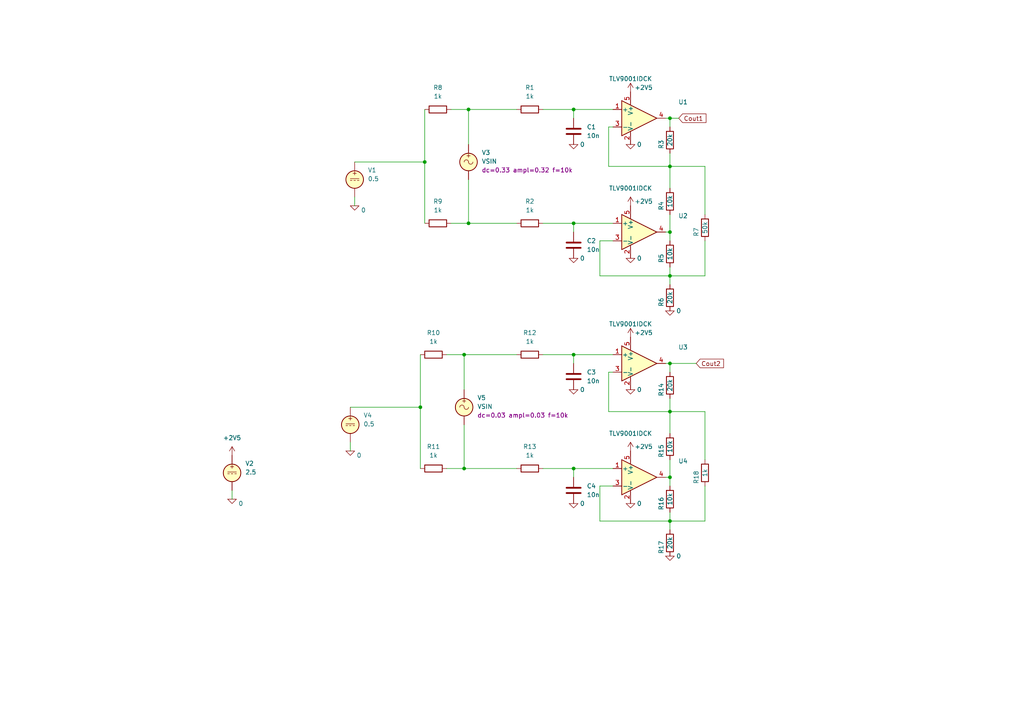
<source format=kicad_sch>
(kicad_sch (version 20211123) (generator eeschema)
  (paper "A4")
  (lib_symbols
    (symbol "Amplifier_Operational:TLV9001IDCK" (pin_names (offset 0.127))
      (property "Reference" "U" (at 7.62 2.54 0))
      (property "Value" "TLV9001IDCK" (at 11.43 -2.54 0))
      (symbol "TLV9001IDCK_0_1"
        (polyline (pts (xy -2.54 5.08) (xy -2.54 -5.08) (xy 7.62 0) (xy -2.54 5.08)) (stroke (width 0.254)) (fill (type background)))
      )
      (symbol "TLV9001IDCK_1_1"
        (pin input line (at -5.08 2.54 0) (length 2.54) (name "+") (number "1"))
        (pin power_in line (at 0 -7.62 90) (length 3.81) (name "V-") (number "2"))
        (pin input line (at -5.08 -2.54 0) (length 2.54) (name "-") (number "3"))
        (pin output line (at 10.16 0 180) (length 2.54) (name "~") (number "4"))
        (pin power_in line (at 0 7.62 270) (length 3.81) (name "V+") (number "5"))
      )
    )
    (symbol "Device:C" (pin_numbers hide) (pin_names (offset 0.254))
      (property "Reference" "C" (at 0.635 2.54 0))
      (property "Value" "C" (at 0.635 -2.54 0))
      (symbol "C_0_1"
        (polyline (pts (xy -2.032 -0.762) (xy 2.032 -0.762)) (stroke (width 0.508)))
        (polyline (pts (xy -2.032 0.762) (xy 2.032 0.762)) (stroke (width 0.508)))
      )
      (symbol "C_1_1"
        (pin passive line (at 0 3.81 270) (length 2.794) (name "~") (number "1"))
        (pin passive line (at 0 -3.81 90) (length 2.794) (name "~") (number "2"))
      )
    )
    (symbol "Device:R" (pin_numbers hide) (pin_names (offset 0))
      (property "Reference" "R" (at 2.032 0 90))
      (property "Value" "R" (at 0 0 90))
      (symbol "R_0_1"
        (rectangle (start -1.016 -2.54) (end 1.016 2.54) (stroke (width 0.254)))
      )
      (symbol "R_1_1"
        (pin passive line (at 0 3.81 270) (length 1.27) (name "~") (number "1"))
        (pin passive line (at 0 -3.81 90) (length 1.27) (name "~") (number "2"))
      )
    )
    (symbol "Simulation_SPICE:VDC" (pin_numbers hide) (pin_names (offset 0.0254))
      (property "Reference" "V" (at 2.54 2.54 0))
      (property "Value" "VDC" (at 2.54 0 0))
      (property "Spice_Model" "dc(1)" (at 2.54 -2.54 0))
      (symbol "VDC_0_0"
        (polyline (pts (xy -1.27 0.254) (xy 1.27 0.254)))
        (polyline (pts (xy -0.762 -0.254) (xy -1.27 -0.254)))
        (polyline (pts (xy 0.254 -0.254) (xy -0.254 -0.254)))
        (polyline (pts (xy 1.27 -0.254) (xy 0.762 -0.254)))
        (text "+" (at 0 1.905 0) (effects (font (size 1.27 1.27))))
      )
      (symbol "VDC_0_1"
        (circle (center 0 0) (radius 2.54) (stroke (width 0.254)) (fill (type background)))
      )
      (symbol "VDC_1_1"
        (pin passive line (at 0 5.08 270) (length 2.54) (name "~") (number "1"))
        (pin passive line (at 0 -5.08 90) (length 2.54) (name "~") (number "2"))
      )
    )
    (symbol "Simulation_SPICE:VSIN" (pin_numbers hide) (pin_names (offset 0.0254))
      (property "Reference" "V" (at 2.54 2.54 0))
      (property "Value" "VSIN" (at 2.54 0 0))
      (property "Spice_Model" "sin(0 1 1k)" (at 2.54 -2.54 0))
      (symbol "VSIN_0_0"
        (arc (start 0 0) (mid -0.635 0.635) (end -1.27 0))
        (arc (start 0 0) (mid 0.635 -0.635) (end 1.27 0))
        (text "+" (at 0 1.905 0) (effects (font (size 1.27 1.27))))
      )
      (symbol "VSIN_0_1"
        (circle (center 0 0) (radius 2.54) (stroke (width 0.254)) (fill (type background)))
      )
      (symbol "VSIN_1_1"
        (pin passive line (at 0 5.08 270) (length 2.54) (name "~") (number "1"))
        (pin passive line (at 0 -5.08 90) (length 2.54) (name "~") (number "2"))
      )
    )
    (symbol "power:+2V5" (power) (pin_names (offset 0))
      (property "Value" "+2V5" (at 0 3.556 0))
      (symbol "+2V5_0_1"
        (polyline (pts (xy -0.762 1.27) (xy 0 2.54)))
        (polyline (pts (xy 0 0) (xy 0 2.54)))
        (polyline (pts (xy 0 2.54) (xy 0.762 1.27)))
      )
      (symbol "+2V5_1_1"
        (pin power_in line (at 0 0 90) (length 0) hide (name "+2V5") (number "1"))
      )
    )
    (symbol "pspice:0" (power) (pin_names (offset 0))
      (property "Value" "0" (at 0 -1.778 0))
      (symbol "0_0_1"
        (polyline (pts (xy -1.27 0) (xy 0 -1.27) (xy 1.27 0) (xy -1.27 0)))
      )
      (symbol "0_1_1"
        (pin power_in line (at 0 0 0) (length 0) hide (name "0") (number "1"))
      )
    )
  )
  (junction (at 123.19 46.99))
  (junction (at 166.37 64.77))
  (junction (at 194.31 48.26))
  (junction (at 194.31 119.38))
  (junction (at 135.89 31.75))
  (junction (at 166.37 102.87))
  (junction (at 194.31 34.29))
  (junction (at 135.89 64.77))
  (junction (at 134.62 135.89))
  (junction (at 121.92 118.11))
  (junction (at 194.31 151.13))
  (junction (at 194.31 138.43))
  (junction (at 194.31 105.41))
  (junction (at 134.62 102.87))
  (junction (at 166.37 31.75))
  (junction (at 194.31 67.31))
  (junction (at 166.37 135.89))
  (junction (at 194.31 80.01))
  (wire (pts (xy 204.47 69.85) (xy 204.47 80.01)))
  (wire (pts (xy 194.31 67.31) (xy 194.31 69.85)))
  (wire (pts (xy 194.31 105.41) (xy 194.31 107.95)))
  (wire (pts (xy 166.37 138.43) (xy 166.37 135.89)))
  (wire (pts (xy 157.48 102.87) (xy 166.37 102.87)))
  (wire (pts (xy 194.31 48.26) (xy 204.47 48.26)))
  (wire (pts (xy 204.47 80.01) (xy 194.31 80.01)))
  (wire (pts (xy 194.31 105.41) (xy 193.04 105.41)))
  (wire (pts (xy 121.92 102.87) (xy 121.92 118.11)))
  (wire (pts (xy 204.47 119.38) (xy 204.47 133.35)))
  (wire (pts (xy 134.62 135.89) (xy 149.86 135.89)))
  (wire (pts (xy 194.31 34.29) (xy 193.04 34.29)))
  (wire (pts (xy 194.31 34.29) (xy 194.31 36.83)))
  (wire (pts (xy 123.19 31.75) (xy 123.19 46.99)))
  (wire (pts (xy 166.37 105.41) (xy 166.37 102.87)))
  (wire (pts (xy 129.54 102.87) (xy 134.62 102.87)))
  (wire (pts (xy 194.31 44.45) (xy 194.31 48.26)))
  (wire (pts (xy 196.85 34.29) (xy 194.31 34.29)))
  (wire (pts (xy 176.53 107.95) (xy 176.53 119.38)))
  (wire (pts (xy 194.31 77.47) (xy 194.31 80.01)))
  (wire (pts (xy 177.8 107.95) (xy 176.53 107.95)))
  (wire (pts (xy 194.31 151.13) (xy 194.31 153.67)))
  (wire (pts (xy 134.62 123.19) (xy 134.62 135.89)))
  (wire (pts (xy 176.53 119.38) (xy 194.31 119.38)))
  (wire (pts (xy 166.37 34.29) (xy 166.37 31.75)))
  (wire (pts (xy 194.31 133.35) (xy 194.31 138.43)))
  (wire (pts (xy 129.54 135.89) (xy 134.62 135.89)))
  (wire (pts (xy 173.99 80.01) (xy 194.31 80.01)))
  (wire (pts (xy 204.47 140.97) (xy 204.47 151.13)))
  (wire (pts (xy 67.31 142.24) (xy 67.31 144.78)))
  (wire (pts (xy 194.31 148.59) (xy 194.31 151.13)))
  (wire (pts (xy 177.8 36.83) (xy 176.53 36.83)))
  (wire (pts (xy 166.37 102.87) (xy 177.8 102.87)))
  (wire (pts (xy 194.31 48.26) (xy 194.31 54.61)))
  (wire (pts (xy 173.99 140.97) (xy 173.99 151.13)))
  (wire (pts (xy 173.99 69.85) (xy 177.8 69.85)))
  (wire (pts (xy 194.31 80.01) (xy 194.31 82.55)))
  (wire (pts (xy 149.86 64.77) (xy 135.89 64.77)))
  (wire (pts (xy 134.62 102.87) (xy 149.86 102.87)))
  (wire (pts (xy 201.93 105.41) (xy 194.31 105.41)))
  (wire (pts (xy 157.48 64.77) (xy 166.37 64.77)))
  (wire (pts (xy 101.6 128.27) (xy 101.6 130.81)))
  (wire (pts (xy 194.31 62.23) (xy 194.31 67.31)))
  (wire (pts (xy 157.48 135.89) (xy 166.37 135.89)))
  (wire (pts (xy 135.89 31.75) (xy 135.89 41.91)))
  (wire (pts (xy 173.99 140.97) (xy 177.8 140.97)))
  (wire (pts (xy 173.99 69.85) (xy 173.99 80.01)))
  (wire (pts (xy 166.37 31.75) (xy 177.8 31.75)))
  (wire (pts (xy 194.31 67.31) (xy 193.04 67.31)))
  (wire (pts (xy 166.37 67.31) (xy 166.37 64.77)))
  (wire (pts (xy 194.31 119.38) (xy 194.31 125.73)))
  (wire (pts (xy 102.87 46.99) (xy 123.19 46.99)))
  (wire (pts (xy 194.31 138.43) (xy 194.31 140.97)))
  (wire (pts (xy 130.81 31.75) (xy 135.89 31.75)))
  (wire (pts (xy 130.81 64.77) (xy 135.89 64.77)))
  (wire (pts (xy 134.62 102.87) (xy 134.62 113.03)))
  (wire (pts (xy 176.53 48.26) (xy 194.31 48.26)))
  (wire (pts (xy 176.53 36.83) (xy 176.53 48.26)))
  (wire (pts (xy 204.47 48.26) (xy 204.47 62.23)))
  (wire (pts (xy 166.37 64.77) (xy 177.8 64.77)))
  (wire (pts (xy 204.47 151.13) (xy 194.31 151.13)))
  (wire (pts (xy 194.31 119.38) (xy 204.47 119.38)))
  (wire (pts (xy 166.37 135.89) (xy 177.8 135.89)))
  (wire (pts (xy 102.87 57.15) (xy 102.87 59.69)))
  (wire (pts (xy 194.31 138.43) (xy 193.04 138.43)))
  (wire (pts (xy 149.86 31.75) (xy 135.89 31.75)))
  (wire (pts (xy 101.6 118.11) (xy 121.92 118.11)))
  (wire (pts (xy 123.19 46.99) (xy 123.19 64.77)))
  (wire (pts (xy 121.92 118.11) (xy 121.92 135.89)))
  (wire (pts (xy 173.99 151.13) (xy 194.31 151.13)))
  (wire (pts (xy 135.89 52.07) (xy 135.89 64.77)))
  (wire (pts (xy 194.31 115.57) (xy 194.31 119.38)))
  (wire (pts (xy 157.48 31.75) (xy 166.37 31.75)))
  (global_label "Cout2" (shape input) (at 201.93 105.41 0) (property "Intersheet References" "${INTERSHEET_REFS}" (effects hide)))
  (global_label "Cout1" (shape input) (at 196.85 34.29 0) (property "Intersheet References" "${INTERSHEET_REFS}" (effects hide)))
  (symbol (lib_id "power:+2V5") (at 182.88 130.81 0) (unit 1)
    (property "Reference" "#PWR05" (effects hide))
    (property "Value" "+2V5" (at 186.69 129.54 0))
  )
  (symbol (lib_id "Device:R") (at 153.67 102.87 90) (unit 1)
    (property "Reference" "R12" (at 153.67 96.52 90))
    (property "Value" "1k" (at 153.67 99.06 90))
  )
  (symbol (lib_id "Simulation_SPICE:VSIN") (at 134.62 118.11 0) (unit 1)
    (property "Reference" "V5" (at 138.43 115.3801 0) (effects (justify left)))
    (property "Value" "VSIN" (at 138.43 117.9201 0) (effects (justify left)))
    (property "Spice_Netlist_Enabled" "Y" (effects hide))
    (property "Spice_Primitive" "V" (effects hide))
    (property "Spice_Model" "sin(0.03 0.03 10k)" (at 138.43 120.4601 0) (effects (justify left)))
  )
  (symbol (lib_id "pspice:0") (at 166.37 41.91 0) (unit 1)
    (property "Reference" "#GND03" (effects hide))
    (property "Value" "0" (at 168.91 41.91 0))
  )
  (symbol (lib_id "pspice:0") (at 182.88 146.05 0) (unit 1)
    (property "Reference" "#GND012" (effects hide))
    (property "Value" "0" (at 185.42 146.05 0))
  )
  (symbol (lib_id "Device:R") (at 194.31 58.42 180) (unit 1)
    (property "Reference" "R4" (at 191.77 59.69 90))
    (property "Value" "10k" (at 194.31 58.42 90))
  )
  (symbol (lib_id "pspice:0") (at 182.88 113.03 0) (unit 1)
    (property "Reference" "#GND011" (effects hide))
    (property "Value" "0" (at 185.42 113.03 0))
  )
  (symbol (lib_id "power:+2V5") (at 182.88 59.69 0) (unit 1)
    (property "Reference" "#PWR03" (effects hide))
    (property "Value" "+2V5" (at 186.69 58.42 0))
  )
  (symbol (lib_id "Device:C") (at 166.37 142.24 0) (unit 1)
    (property "Reference" "C4" (at 170.18 140.9699 0) (effects (justify left)))
    (property "Value" "10n" (at 170.18 143.5099 0) (effects (justify left)))
    (property "Spice_Primitive" "C" (effects hide))
    (property "Spice_Model" "1n" (effects hide))
    (property "Spice_Netlist_Enabled" "Y" (effects hide))
  )
  (symbol (lib_id "Simulation_SPICE:VDC") (at 101.6 123.19 0) (unit 1)
    (property "Reference" "V4" (at 105.41 120.4601 0) (effects (justify left)))
    (property "Value" "VDC" (at 105.41 123.0001 0) (effects (justify left)))
    (property "Spice_Netlist_Enabled" "Y" (effects hide))
    (property "Spice_Primitive" "V" (effects hide))
    (property "Spice_Model" "dc(0.5)" (at 105.41 125.5401 0) (effects (justify left)))
  )
  (symbol (lib_id "Device:R") (at 153.67 135.89 90) (unit 1)
    (property "Reference" "R13" (at 153.67 129.54 90))
    (property "Value" "1k" (at 153.67 132.08 90))
  )
  (symbol (lib_id "Amplifier_Operational:TLV9001IDCK") (at 182.88 67.31 0) (unit 1)
    (property "Reference" "U2" (at 198.12 62.611 0))
    (property "Value" "TLV9001IDCK" (at 182.88 54.61 0))
    (property "Footprint" "Package_TO_SOT_SMD:SOT-353_SC-70-5" (effects hide))
    (property "Datasheet" "https://www.ti.com/lit/ds/symlink/tlv9001.pdf" (effects hide))
    (property "Spice_Primitive" "X" (effects hide))
    (property "Spice_Model" "TLV9002" (effects hide))
    (property "Spice_Netlist_Enabled" "Y" (effects hide))
    (property "Spice_Node_Sequence" "1 3 5 2 4" (effects hide))
    (property "Spice_Lib_File" "Model\\TLV9002.lib" (effects hide))
  )
  (symbol (lib_id "Device:C") (at 166.37 109.22 0) (unit 1)
    (property "Reference" "C3" (at 170.18 107.9499 0) (effects (justify left)))
    (property "Value" "10n" (at 170.18 110.4899 0) (effects (justify left)))
    (property "Spice_Primitive" "C" (effects hide))
    (property "Spice_Model" "1n" (effects hide))
    (property "Spice_Netlist_Enabled" "Y" (effects hide))
  )
  (symbol (lib_id "Device:R") (at 125.73 102.87 90) (unit 1)
    (property "Reference" "R10" (at 125.73 96.52 90))
    (property "Value" "1k" (at 125.73 99.06 90))
  )
  (symbol (lib_id "Device:R") (at 153.67 64.77 90) (unit 1)
    (property "Reference" "R2" (at 153.67 58.42 90))
    (property "Value" "1k" (at 153.67 60.96 90))
  )
  (symbol (lib_id "Device:R") (at 194.31 86.36 180) (unit 1)
    (property "Reference" "R6" (at 191.77 87.63 90))
    (property "Value" "20k" (at 194.31 86.36 90))
  )
  (symbol (lib_id "Device:R") (at 194.31 111.76 180) (unit 1)
    (property "Reference" "R14" (at 191.77 113.03 90))
    (property "Value" "20k" (at 194.31 111.76 90))
  )
  (symbol (lib_id "pspice:0") (at 194.31 90.17 0) (unit 1)
    (property "Reference" "#GND07" (effects hide))
    (property "Value" "0" (at 196.85 90.17 0))
  )
  (symbol (lib_id "power:+2V5") (at 182.88 97.79 0) (unit 1)
    (property "Reference" "#PWR04" (effects hide))
    (property "Value" "+2V5" (at 186.69 96.52 0))
  )
  (symbol (lib_id "Device:R") (at 194.31 73.66 180) (unit 1)
    (property "Reference" "R5" (at 191.77 74.93 90))
    (property "Value" "10k" (at 194.31 73.66 90))
  )
  (symbol (lib_id "Device:R") (at 194.31 157.48 180) (unit 1)
    (property "Reference" "R17" (at 191.77 158.75 90))
    (property "Value" "20k" (at 194.31 157.48 90))
  )
  (symbol (lib_id "Device:R") (at 153.67 31.75 90) (unit 1)
    (property "Reference" "R1" (at 153.67 25.4 90))
    (property "Value" "1k" (at 153.67 27.94 90))
  )
  (symbol (lib_id "pspice:0") (at 67.31 144.78 0) (unit 1)
    (property "Reference" "#GND02" (effects hide))
    (property "Value" "0" (at 69.85 146.05 0))
  )
  (symbol (lib_id "Device:R") (at 204.47 66.04 180) (unit 1)
    (property "Reference" "R7" (at 201.93 67.31 90))
    (property "Value" "50k" (at 204.47 66.04 90))
  )
  (symbol (lib_id "Simulation_SPICE:VSIN") (at 135.89 46.99 0) (unit 1)
    (property "Reference" "V3" (at 139.7 44.2601 0) (effects (justify left)))
    (property "Value" "VSIN" (at 139.7 46.8001 0) (effects (justify left)))
    (property "Spice_Netlist_Enabled" "Y" (effects hide))
    (property "Spice_Primitive" "V" (effects hide))
    (property "Spice_Model" "sin(0.33 0.32 10k)" (at 139.7 49.3401 0) (effects (justify left)))
  )
  (symbol (lib_id "pspice:0") (at 182.88 74.93 0) (unit 1)
    (property "Reference" "#GND06" (effects hide))
    (property "Value" "0" (at 185.42 74.93 0))
  )
  (symbol (lib_id "pspice:0") (at 166.37 146.05 0) (unit 1)
    (property "Reference" "#GND010" (effects hide))
    (property "Value" "0" (at 168.91 146.05 0))
  )
  (symbol (lib_id "Device:R") (at 127 64.77 90) (unit 1)
    (property "Reference" "R9" (at 127 58.42 90))
    (property "Value" "1k" (at 127 60.96 90))
  )
  (symbol (lib_id "pspice:0") (at 102.87 59.69 0) (unit 1)
    (property "Reference" "#GND01" (effects hide))
    (property "Value" "0" (at 105.41 60.96 0))
  )
  (symbol (lib_id "pspice:0") (at 194.31 161.29 0) (unit 1)
    (property "Reference" "#GND013" (effects hide))
    (property "Value" "0" (at 196.85 161.29 0))
  )
  (symbol (lib_id "Device:R") (at 194.31 144.78 180) (unit 1)
    (property "Reference" "R16" (at 191.77 146.05 90))
    (property "Value" "10k" (at 194.31 144.78 90))
  )
  (symbol (lib_id "Device:R") (at 204.47 137.16 180) (unit 1)
    (property "Reference" "R18" (at 201.93 138.43 90))
    (property "Value" "1k" (at 204.47 137.16 90))
  )
  (symbol (lib_id "Amplifier_Operational:TLV9001IDCK") (at 182.88 34.29 0) (unit 1)
    (property "Reference" "U1" (at 198.12 29.591 0))
    (property "Value" "TLV9001IDCK" (at 182.88 22.86 0))
    (property "Footprint" "Package_TO_SOT_SMD:SOT-353_SC-70-5" (effects hide))
    (property "Datasheet" "https://www.ti.com/lit/ds/symlink/tlv9001.pdf" (effects hide))
    (property "Spice_Primitive" "X" (effects hide))
    (property "Spice_Model" "TLV9002" (effects hide))
    (property "Spice_Netlist_Enabled" "Y" (effects hide))
    (property "Spice_Node_Sequence" "1 3 5 2 4" (effects hide))
    (property "Spice_Lib_File" "Model\\TLV9002.lib" (effects hide))
  )
  (symbol (lib_id "Amplifier_Operational:TLV9001IDCK") (at 182.88 138.43 0) (unit 1)
    (property "Reference" "U4" (at 198.12 133.731 0))
    (property "Value" "TLV9001IDCK" (at 182.88 125.73 0))
    (property "Footprint" "Package_TO_SOT_SMD:SOT-353_SC-70-5" (effects hide))
    (property "Datasheet" "https://www.ti.com/lit/ds/symlink/tlv9001.pdf" (effects hide))
    (property "Spice_Primitive" "X" (effects hide))
    (property "Spice_Model" "TLV9002" (effects hide))
    (property "Spice_Netlist_Enabled" "Y" (effects hide))
    (property "Spice_Node_Sequence" "1 3 5 2 4" (effects hide))
    (property "Spice_Lib_File" "Model\\TLV9002.lib" (effects hide))
  )
  (symbol (lib_id "Device:C") (at 166.37 71.12 0) (unit 1)
    (property "Reference" "C2" (at 170.18 69.8499 0) (effects (justify left)))
    (property "Value" "10n" (at 170.18 72.3899 0) (effects (justify left)))
    (property "Spice_Primitive" "C" (effects hide))
    (property "Spice_Model" "1n" (effects hide))
    (property "Spice_Netlist_Enabled" "Y" (effects hide))
  )
  (symbol (lib_id "power:+2V5") (at 182.88 26.67 0) (unit 1)
    (property "Reference" "#PWR02" (effects hide))
    (property "Value" "+2V5" (at 186.69 25.4 0))
  )
  (symbol (lib_id "power:+2V5") (at 67.31 132.08 0) (unit 1)
    (property "Reference" "#PWR01" (effects hide))
    (property "Value" "+2V5" (at 67.31 127 0))
  )
  (symbol (lib_id "Device:C") (at 166.37 38.1 0) (unit 1)
    (property "Reference" "C1" (at 170.18 36.8299 0) (effects (justify left)))
    (property "Value" "10n" (at 170.18 39.3699 0) (effects (justify left)))
    (property "Spice_Primitive" "C" (effects hide))
    (property "Spice_Model" "1n" (effects hide))
    (property "Spice_Netlist_Enabled" "Y" (effects hide))
  )
  (symbol (lib_id "Amplifier_Operational:TLV9001IDCK") (at 182.88 105.41 0) (unit 1)
    (property "Reference" "U3" (at 198.12 100.711 0))
    (property "Value" "TLV9001IDCK" (at 182.88 93.98 0))
    (property "Footprint" "Package_TO_SOT_SMD:SOT-353_SC-70-5" (effects hide))
    (property "Datasheet" "https://www.ti.com/lit/ds/symlink/tlv9001.pdf" (effects hide))
    (property "Spice_Primitive" "X" (effects hide))
    (property "Spice_Model" "TLV9002" (effects hide))
    (property "Spice_Netlist_Enabled" "Y" (effects hide))
    (property "Spice_Node_Sequence" "1 3 5 2 4" (effects hide))
    (property "Spice_Lib_File" "Model\\TLV9002.lib" (effects hide))
  )
  (symbol (lib_id "Device:R") (at 194.31 129.54 180) (unit 1)
    (property "Reference" "R15" (at 191.77 130.81 90))
    (property "Value" "10k" (at 194.31 129.54 90))
  )
  (symbol (lib_id "Device:R") (at 194.31 40.64 180) (unit 1)
    (property "Reference" "R3" (at 191.77 41.91 90))
    (property "Value" "20k" (at 194.31 40.64 90))
  )
  (symbol (lib_id "pspice:0") (at 182.88 41.91 0) (unit 1)
    (property "Reference" "#GND05" (effects hide))
    (property "Value" "0" (at 185.42 41.91 0))
  )
  (symbol (lib_id "Device:R") (at 125.73 135.89 90) (unit 1)
    (property "Reference" "R11" (at 125.73 129.54 90))
    (property "Value" "1k" (at 125.73 132.08 90))
  )
  (symbol (lib_id "Device:R") (at 127 31.75 90) (unit 1)
    (property "Reference" "R8" (at 127 25.4 90))
    (property "Value" "1k" (at 127 27.94 90))
  )
  (symbol (lib_id "pspice:0") (at 166.37 74.93 0) (unit 1)
    (property "Reference" "#GND04" (effects hide))
    (property "Value" "0" (at 168.91 74.93 0))
  )
  (symbol (lib_id "Simulation_SPICE:VDC") (at 102.87 52.07 0) (unit 1)
    (property "Reference" "V1" (at 106.68 49.3401 0) (effects (justify left)))
    (property "Value" "VDC" (at 106.68 51.8801 0) (effects (justify left)))
    (property "Spice_Netlist_Enabled" "Y" (effects hide))
    (property "Spice_Primitive" "V" (effects hide))
    (property "Spice_Model" "dc(0.5)" (at 106.68 54.4201 0) (effects (justify left)))
  )
  (symbol (lib_id "pspice:0") (at 101.6 130.81 0) (unit 1)
    (property "Reference" "#GND08" (effects hide))
    (property "Value" "0" (at 104.14 132.08 0))
  )
  (symbol (lib_id "pspice:0") (at 166.37 113.03 0) (unit 1)
    (property "Reference" "#GND09" (effects hide))
    (property "Value" "0" (at 168.91 113.03 0))
  )
  (symbol (lib_id "Simulation_SPICE:VDC") (at 67.31 137.16 0) (unit 1)
    (property "Reference" "V2" (at 71.12 134.4301 0) (effects (justify left)))
    (property "Value" "VDC" (at 71.12 136.9701 0) (effects (justify left)))
    (property "Spice_Netlist_Enabled" "Y" (effects hide))
    (property "Spice_Primitive" "V" (effects hide))
    (property "Spice_Model" "dc(2.5)" (at 71.12 139.5101 0) (effects (justify left)))
  )
)
</source>
